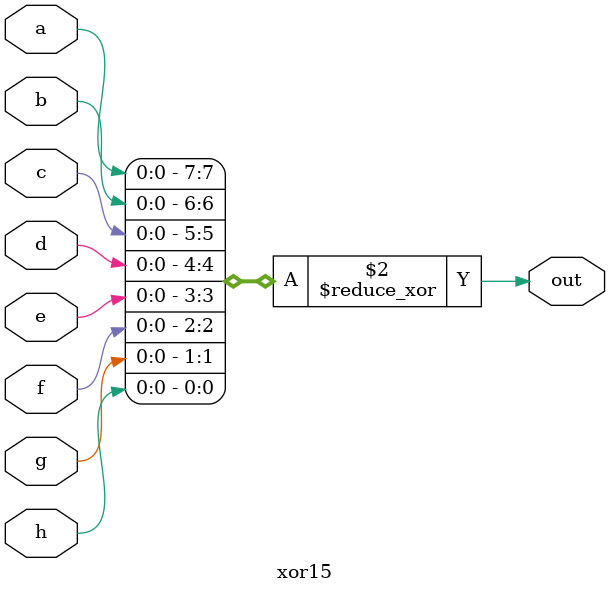
<source format=v>
module xor15 (
  input a,
  input b,
  input c,
  input d,
  input e,
  input f,
  input g,
  input h,
  output reg out
);

    always @(*) begin
        out = (^{a,b,c,d,e,f,g,h}); // XNOR using built-in operator
    end
    
    
endmodule

</source>
